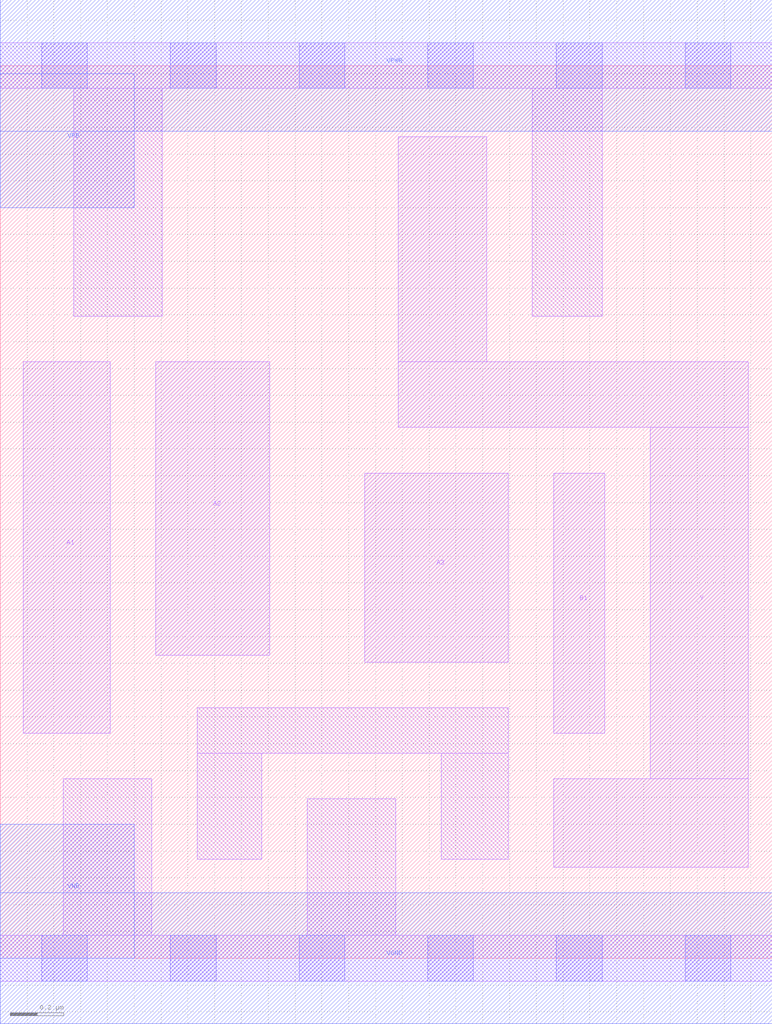
<source format=lef>
# Copyright 2020 The SkyWater PDK Authors
#
# Licensed under the Apache License, Version 2.0 (the "License");
# you may not use this file except in compliance with the License.
# You may obtain a copy of the License at
#
#     https://www.apache.org/licenses/LICENSE-2.0
#
# Unless required by applicable law or agreed to in writing, software
# distributed under the License is distributed on an "AS IS" BASIS,
# WITHOUT WARRANTIES OR CONDITIONS OF ANY KIND, either express or implied.
# See the License for the specific language governing permissions and
# limitations under the License.
#
# SPDX-License-Identifier: Apache-2.0

VERSION 5.5 ;
NAMESCASESENSITIVE ON ;
BUSBITCHARS "[]" ;
DIVIDERCHAR "/" ;
MACRO sky130_fd_sc_lp__o31ai_0
  CLASS CORE ;
  SOURCE USER ;
  ORIGIN  0.000000  0.000000 ;
  SIZE  2.880000 BY  3.330000 ;
  SYMMETRY X Y R90 ;
  SITE unit ;
  PIN A1
    ANTENNAGATEAREA  0.159000 ;
    DIRECTION INPUT ;
    USE SIGNAL ;
    PORT
      LAYER li1 ;
        RECT 0.085000 0.840000 0.410000 2.225000 ;
    END
  END A1
  PIN A2
    ANTENNAGATEAREA  0.159000 ;
    DIRECTION INPUT ;
    USE SIGNAL ;
    PORT
      LAYER li1 ;
        RECT 0.580000 1.130000 1.005000 2.225000 ;
    END
  END A2
  PIN A3
    ANTENNAGATEAREA  0.159000 ;
    DIRECTION INPUT ;
    USE SIGNAL ;
    PORT
      LAYER li1 ;
        RECT 1.360000 1.105000 1.895000 1.810000 ;
    END
  END A3
  PIN B1
    ANTENNAGATEAREA  0.159000 ;
    DIRECTION INPUT ;
    USE SIGNAL ;
    PORT
      LAYER li1 ;
        RECT 2.065000 0.840000 2.255000 1.810000 ;
    END
  END B1
  PIN Y
    ANTENNADIFFAREA  0.433300 ;
    DIRECTION OUTPUT ;
    USE SIGNAL ;
    PORT
      LAYER li1 ;
        RECT 1.485000 1.980000 2.790000 2.225000 ;
        RECT 1.485000 2.225000 1.815000 3.065000 ;
        RECT 2.065000 0.340000 2.790000 0.670000 ;
        RECT 2.425000 0.670000 2.790000 1.980000 ;
    END
  END Y
  PIN VGND
    DIRECTION INOUT ;
    USE GROUND ;
    PORT
      LAYER met1 ;
        RECT 0.000000 -0.245000 2.880000 0.245000 ;
    END
  END VGND
  PIN VNB
    DIRECTION INOUT ;
    USE GROUND ;
    PORT
    END
  END VNB
  PIN VPB
    DIRECTION INOUT ;
    USE POWER ;
    PORT
    END
  END VPB
  PIN VNB
    DIRECTION INOUT ;
    USE GROUND ;
    PORT
      LAYER met1 ;
        RECT 0.000000 0.000000 0.500000 0.500000 ;
    END
  END VNB
  PIN VPB
    DIRECTION INOUT ;
    USE POWER ;
    PORT
      LAYER met1 ;
        RECT 0.000000 2.800000 0.500000 3.300000 ;
    END
  END VPB
  PIN VPWR
    DIRECTION INOUT ;
    USE POWER ;
    PORT
      LAYER met1 ;
        RECT 0.000000 3.085000 2.880000 3.575000 ;
    END
  END VPWR
  OBS
    LAYER li1 ;
      RECT 0.000000 -0.085000 2.880000 0.085000 ;
      RECT 0.000000  3.245000 2.880000 3.415000 ;
      RECT 0.235000  0.085000 0.565000 0.670000 ;
      RECT 0.275000  2.395000 0.605000 3.245000 ;
      RECT 0.735000  0.370000 0.975000 0.765000 ;
      RECT 0.735000  0.765000 1.895000 0.935000 ;
      RECT 1.145000  0.085000 1.475000 0.595000 ;
      RECT 1.645000  0.370000 1.895000 0.765000 ;
      RECT 1.985000  2.395000 2.245000 3.245000 ;
    LAYER mcon ;
      RECT 0.155000 -0.085000 0.325000 0.085000 ;
      RECT 0.155000  3.245000 0.325000 3.415000 ;
      RECT 0.635000 -0.085000 0.805000 0.085000 ;
      RECT 0.635000  3.245000 0.805000 3.415000 ;
      RECT 1.115000 -0.085000 1.285000 0.085000 ;
      RECT 1.115000  3.245000 1.285000 3.415000 ;
      RECT 1.595000 -0.085000 1.765000 0.085000 ;
      RECT 1.595000  3.245000 1.765000 3.415000 ;
      RECT 2.075000 -0.085000 2.245000 0.085000 ;
      RECT 2.075000  3.245000 2.245000 3.415000 ;
      RECT 2.555000 -0.085000 2.725000 0.085000 ;
      RECT 2.555000  3.245000 2.725000 3.415000 ;
  END
END sky130_fd_sc_lp__o31ai_0
END LIBRARY

</source>
